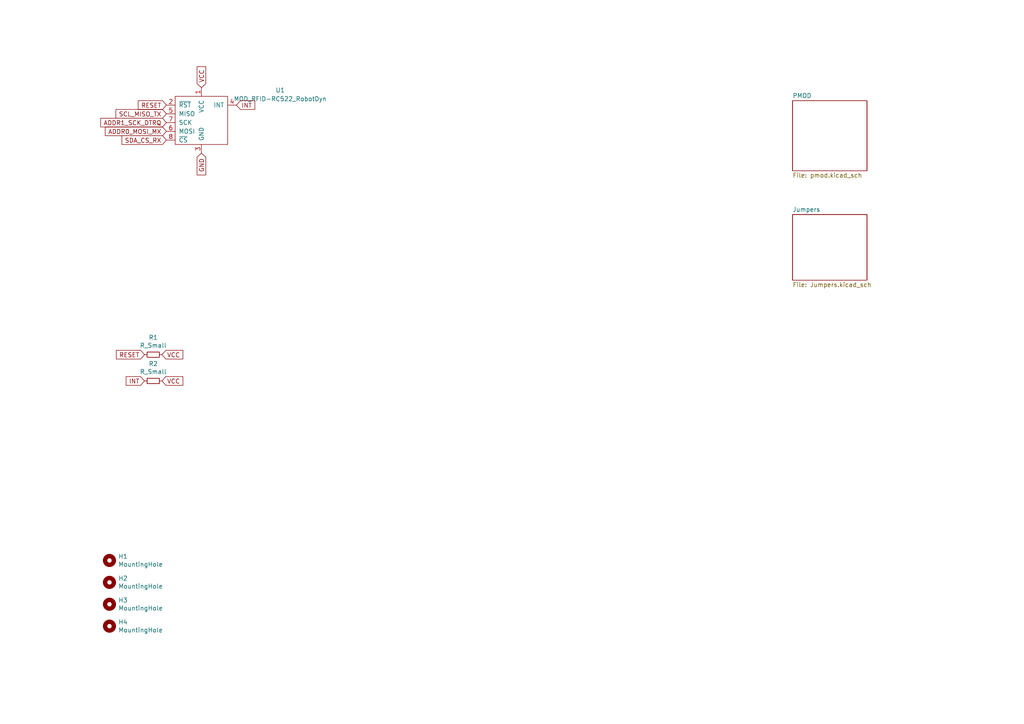
<source format=kicad_sch>
(kicad_sch (version 20211123) (generator eeschema)
  (paper "A4")
  (lib_symbols
    (symbol "AvS_Modules:MOD_RFID-RC522_RobotDyn" (pin_names (offset 1.016))
      (property "Reference" "U" (at -6.35 -8.89 0))
      (property "Value" "MOD_RFID-RC522_RobotDyn" (at 10.16 -8.89 0))
      (symbol "MOD_RFID-RC522_RobotDyn_1_1"
        (rectangle (start -7.62 6.35) (end 7.62 -7.62))
        (pin power_in line (at 0 8.89 270) (length 2.54) (name "VCC") (number "1"))
        (pin input line (at -10.16 3.81 0) (length 2.54) (name "~{RST}") (number "2"))
        (pin power_in line (at 0 -10.16 90) (length 2.54) (name "GND") (number "3"))
        (pin output line (at 10.16 3.81 180) (length 2.54) (name "INT") (number "4"))
        (pin output line (at -10.16 1.27 0) (length 2.54) (name "MISO") (number "5"))
        (pin input line (at -10.16 -3.81 0) (length 2.54) (name "MOSI") (number "6"))
        (pin input line (at -10.16 -1.27 0) (length 2.54) (name "SCK") (number "7"))
        (pin input line (at -10.16 -6.35 0) (length 2.54) (name "~{CS}") (number "8"))
      )
    )
    (symbol "Device:R_Small" (pin_numbers hide) (pin_names (offset 0.254) hide)
      (property "Reference" "R" (at 0.762 0.508 0))
      (property "Value" "R_Small" (at 0.762 -1.016 0))
      (symbol "R_Small_0_1"
        (rectangle (start -0.762 1.778) (end 0.762 -1.778) (stroke (width 0.2032)))
      )
      (symbol "R_Small_1_1"
        (pin passive line (at 0 2.54 270) (length 0.762) (name "~") (number "1"))
        (pin passive line (at 0 -2.54 90) (length 0.762) (name "~") (number "2"))
      )
    )
    (symbol "Mechanical:MountingHole" (pin_names (offset 1.016))
      (property "Reference" "H" (at 0 5.08 0))
      (property "Value" "MountingHole" (at 0 3.175 0))
      (symbol "MountingHole_0_1"
        (circle (center 0 0) (radius 1.27) (stroke (width 1.27)))
      )
    )
  )
  (global_label "SDA_CS_RX" (shape input) (at 48.26 40.64 180) (property "Intersheet-verwijzingen" "${INTERSHEET_REFS}" (effects hide)))
  (global_label "ADDR0_MOSI_MX" (shape input) (at 48.26 38.1 180) (property "Intersheet-verwijzingen" "${INTERSHEET_REFS}" (effects hide)))
  (global_label "VCC" (shape input) (at 46.99 102.87 0) (property "Intersheet-verwijzingen" "${INTERSHEET_REFS}" (effects hide)))
  (global_label "VCC" (shape input) (at 46.99 110.49 0) (property "Intersheet-verwijzingen" "${INTERSHEET_REFS}" (effects hide)))
  (global_label "SCL_MISO_TX" (shape input) (at 48.26 33.02 180) (property "Intersheet-verwijzingen" "${INTERSHEET_REFS}" (effects hide)))
  (global_label "RESET" (shape input) (at 41.91 102.87 180) (property "Intersheet-verwijzingen" "${INTERSHEET_REFS}" (effects hide)))
  (global_label "INT" (shape input) (at 68.58 30.48 0) (property "Intersheet-verwijzingen" "${INTERSHEET_REFS}" (effects hide)))
  (global_label "GND" (shape input) (at 58.42 44.45 270) (property "Intersheet-verwijzingen" "${INTERSHEET_REFS}" (effects hide)))
  (global_label "RESET" (shape input) (at 48.26 30.48 180) (property "Intersheet-verwijzingen" "${INTERSHEET_REFS}" (effects hide)))
  (global_label "INT" (shape input) (at 41.91 110.49 180) (property "Intersheet-verwijzingen" "${INTERSHEET_REFS}" (effects hide)))
  (global_label "ADDR1_SCK_DTRQ" (shape input) (at 48.26 35.56 180) (property "Intersheet-verwijzingen" "${INTERSHEET_REFS}" (effects hide)))
  (global_label "VCC" (shape input) (at 58.42 25.4 90) (property "Intersheet-verwijzingen" "${INTERSHEET_REFS}" (effects hide)))
  (symbol (lib_id "Mechanical:MountingHole") (at 31.75 181.61 0) (unit 1)
    (property "Reference" "H4" (at 34.29 180.4416 0) (effects (justify left)))
    (property "Value" "MountingHole" (at 34.29 182.753 0) (effects (justify left)))
    (property "Footprint" "MountingHole:MountingHole_4.3mm_M4_Pad_Via" (effects hide))
  )
  (symbol (lib_id "Mechanical:MountingHole") (at 31.75 175.26 0) (unit 1)
    (property "Reference" "H3" (at 34.29 174.0916 0) (effects (justify left)))
    (property "Value" "MountingHole" (at 34.29 176.403 0) (effects (justify left)))
    (property "Footprint" "MountingHole:MountingHole_4.3mm_M4_Pad_Via" (effects hide))
  )
  (symbol (lib_id "Mechanical:MountingHole") (at 31.75 168.91 0) (unit 1)
    (property "Reference" "H2" (at 34.29 167.7416 0) (effects (justify left)))
    (property "Value" "MountingHole" (at 34.29 170.053 0) (effects (justify left)))
    (property "Footprint" "MountingHole:MountingHole_4.3mm_M4_Pad_Via" (effects hide))
  )
  (symbol (lib_id "Mechanical:MountingHole") (at 31.75 162.56 0) (unit 1)
    (property "Reference" "H1" (at 34.29 161.3916 0) (effects (justify left)))
    (property "Value" "MountingHole" (at 34.29 163.703 0) (effects (justify left)))
    (property "Footprint" "MountingHole:MountingHole_4.3mm_M4_Pad_Via" (effects hide))
  )
  (symbol (lib_id "Device:R_Small") (at 44.45 102.87 270) (unit 1)
    (property "Reference" "R1" (at 44.45 97.8916 90))
    (property "Value" "R_Small" (at 44.45 100.203 90))
    (property "Footprint" "Resistor_THT:R_Axial_DIN0207_L6.3mm_D2.5mm_P10.16mm_Horizontal" (effects hide))
  )
  (symbol (lib_id "Device:R_Small") (at 44.45 110.49 270) (unit 1)
    (property "Reference" "R2" (at 44.45 105.5116 90))
    (property "Value" "R_Small" (at 44.45 107.823 90))
    (property "Footprint" "Resistor_THT:R_Axial_DIN0207_L6.3mm_D2.5mm_P10.16mm_Horizontal" (effects hide))
  )
  (symbol (lib_id "AvS_Modules:MOD_RFID-RC522_RobotDyn") (at 58.42 34.29 0) (unit 1)
    (property "Reference" "U1" (at 81.28 26.1493 0))
    (property "Value" "MOD_RFID-RC522_RobotDyn" (at 81.28 28.6893 0))
    (property "Footprint" "AvS_Modules:MOD_MFRC522_RobotDyn_RIGHT_DOWN" (effects hide))
  )
  (sheet (at 229.87 29.21) (size 21.59 20.32)
    (property "Sheet name" "PMOD" (at 229.87 28.4984 0) (effects (justify left bottom)))
    (property "Sheet file" "pmod.kicad_sch" (at 229.87 50.1146 0) (effects (justify left top)))
  )
  (sheet (at 229.87 62.23) (size 21.59 19.05)
    (property "Sheet name" "Jumpers" (at 229.87 61.5184 0) (effects (justify left bottom)))
    (property "Sheet file" "Jumpers.kicad_sch" (at 229.87 81.8646 0) (effects (justify left top)))
  )
)
</source>
